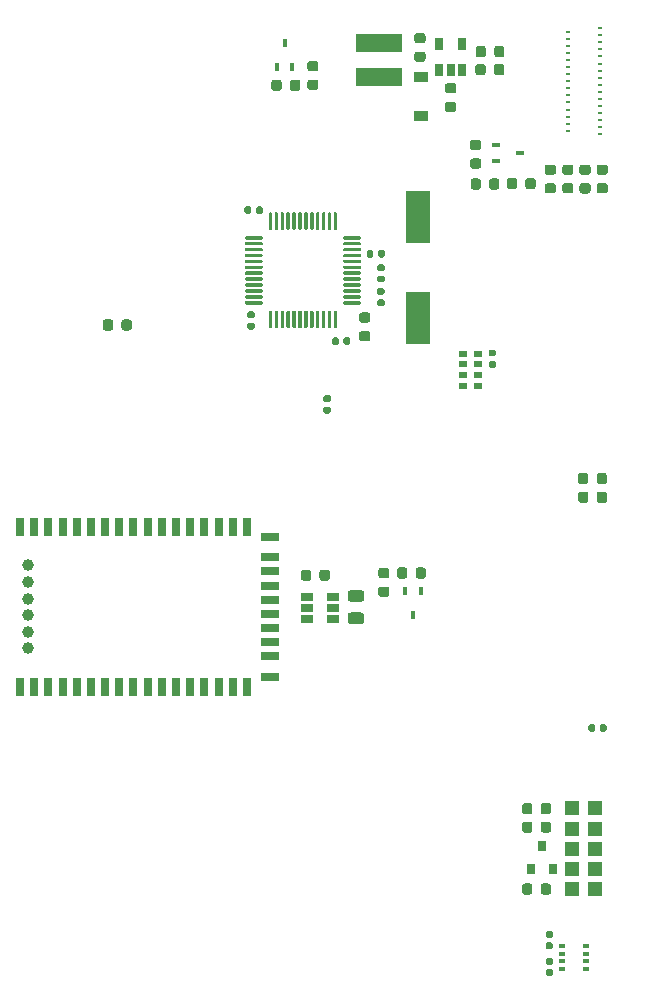
<source format=gbr>
G04 #@! TF.GenerationSoftware,KiCad,Pcbnew,5.1.6*
G04 #@! TF.CreationDate,2020-09-07T17:15:36+08:00*
G04 #@! TF.ProjectId,bt_audio_rec,62745f61-7564-4696-9f5f-7265632e6b69,rev?*
G04 #@! TF.SameCoordinates,Original*
G04 #@! TF.FileFunction,Paste,Top*
G04 #@! TF.FilePolarity,Positive*
%FSLAX46Y46*%
G04 Gerber Fmt 4.6, Leading zero omitted, Abs format (unit mm)*
G04 Created by KiCad (PCBNEW 5.1.6) date 2020-09-07 17:15:36*
%MOMM*%
%LPD*%
G01*
G04 APERTURE LIST*
%ADD10R,0.800000X1.600000*%
%ADD11R,1.600000X0.800000*%
%ADD12C,1.000000*%
%ADD13R,0.440000X0.230000*%
%ADD14R,0.340000X0.230000*%
%ADD15R,1.200000X1.200000*%
%ADD16R,3.900000X1.600000*%
%ADD17R,1.200000X0.900000*%
%ADD18R,0.450000X0.700000*%
%ADD19R,0.700000X0.450000*%
%ADD20R,0.800000X0.900000*%
%ADD21R,0.650000X1.060000*%
%ADD22R,1.060000X0.650000*%
%ADD23R,0.800000X0.500000*%
%ADD24R,0.500000X0.350000*%
%ADD25R,2.000000X4.500000*%
G04 APERTURE END LIST*
D10*
X207990000Y-133060000D03*
X209190000Y-133060000D03*
X210390000Y-133060000D03*
X211590000Y-133060000D03*
X212790000Y-133060000D03*
X213990000Y-133060000D03*
X215190000Y-133060000D03*
X216390000Y-133060000D03*
X217590000Y-133060000D03*
X218790000Y-133060000D03*
X219990000Y-133060000D03*
X221190000Y-133060000D03*
X222390000Y-133060000D03*
X223590000Y-133060000D03*
X224790000Y-133060000D03*
X225990000Y-133060000D03*
X227190000Y-133060000D03*
D11*
X229190000Y-132210000D03*
X229190000Y-130510000D03*
X229190000Y-129310000D03*
X229190000Y-128110000D03*
X229190000Y-126910000D03*
X229190000Y-125710000D03*
X229190000Y-124510000D03*
X229190000Y-123310000D03*
X229190000Y-122110000D03*
X229190000Y-120410000D03*
D10*
X227190000Y-119560000D03*
X225990000Y-119560000D03*
X224790000Y-119560000D03*
X223590000Y-119560000D03*
X222390000Y-119560000D03*
X221190000Y-119560000D03*
X219990000Y-119560000D03*
X218790000Y-119560000D03*
X217590000Y-119560000D03*
X216390000Y-119560000D03*
X215190000Y-119560000D03*
X213990000Y-119560000D03*
X212790000Y-119560000D03*
X211590000Y-119560000D03*
X210390000Y-119560000D03*
X209190000Y-119560000D03*
X207990000Y-119560000D03*
D12*
X208690000Y-122810000D03*
X208690000Y-124210000D03*
X208690000Y-125610000D03*
X208690000Y-127010000D03*
X208690000Y-128410000D03*
X208690000Y-129810000D03*
D13*
X257105000Y-77310000D03*
D14*
X254345000Y-77610000D03*
D13*
X257105000Y-77910000D03*
D14*
X254345000Y-78210000D03*
D13*
X257105000Y-78510000D03*
D14*
X254345000Y-78810000D03*
D13*
X257105000Y-79110000D03*
D14*
X254345000Y-79410000D03*
D13*
X257105000Y-79710000D03*
D14*
X254345000Y-80010000D03*
D13*
X257105000Y-80310000D03*
D14*
X254345000Y-80610000D03*
D13*
X257105000Y-80910000D03*
D14*
X254345000Y-81210000D03*
D13*
X257105000Y-81510000D03*
D14*
X254345000Y-81810000D03*
D13*
X257105000Y-82110000D03*
D14*
X254345000Y-82410000D03*
D13*
X257105000Y-82710000D03*
D14*
X254345000Y-83010000D03*
D13*
X257105000Y-83310000D03*
D14*
X254345000Y-83610000D03*
D13*
X257105000Y-83910000D03*
D14*
X254345000Y-84210000D03*
D13*
X257105000Y-84510000D03*
D14*
X254345000Y-84810000D03*
D13*
X257105000Y-85110000D03*
D14*
X254345000Y-85410000D03*
D13*
X257105000Y-85710000D03*
D14*
X254345000Y-86010000D03*
D13*
X257105000Y-86310000D03*
D15*
X256700000Y-143380000D03*
X256700000Y-145080000D03*
X256700000Y-146780000D03*
X256700000Y-148480000D03*
X256700000Y-150180000D03*
X254700000Y-150180000D03*
X254700000Y-148480000D03*
X254700000Y-146780000D03*
X254700000Y-145080000D03*
X254700000Y-143380000D03*
D16*
X238350000Y-78550000D03*
X238350000Y-81450000D03*
G36*
G01*
X238712500Y-99910000D02*
X238367500Y-99910000D01*
G75*
G02*
X238220000Y-99762500I0J147500D01*
G01*
X238220000Y-99467500D01*
G75*
G02*
X238367500Y-99320000I147500J0D01*
G01*
X238712500Y-99320000D01*
G75*
G02*
X238860000Y-99467500I0J-147500D01*
G01*
X238860000Y-99762500D01*
G75*
G02*
X238712500Y-99910000I-147500J0D01*
G01*
G37*
G36*
G01*
X238712500Y-100880000D02*
X238367500Y-100880000D01*
G75*
G02*
X238220000Y-100732500I0J147500D01*
G01*
X238220000Y-100437500D01*
G75*
G02*
X238367500Y-100290000I147500J0D01*
G01*
X238712500Y-100290000D01*
G75*
G02*
X238860000Y-100437500I0J-147500D01*
G01*
X238860000Y-100732500D01*
G75*
G02*
X238712500Y-100880000I-147500J0D01*
G01*
G37*
G36*
G01*
X254113750Y-90440000D02*
X254626250Y-90440000D01*
G75*
G02*
X254845000Y-90658750I0J-218750D01*
G01*
X254845000Y-91096250D01*
G75*
G02*
X254626250Y-91315000I-218750J0D01*
G01*
X254113750Y-91315000D01*
G75*
G02*
X253895000Y-91096250I0J218750D01*
G01*
X253895000Y-90658750D01*
G75*
G02*
X254113750Y-90440000I218750J0D01*
G01*
G37*
G36*
G01*
X254113750Y-88865000D02*
X254626250Y-88865000D01*
G75*
G02*
X254845000Y-89083750I0J-218750D01*
G01*
X254845000Y-89521250D01*
G75*
G02*
X254626250Y-89740000I-218750J0D01*
G01*
X254113750Y-89740000D01*
G75*
G02*
X253895000Y-89521250I0J218750D01*
G01*
X253895000Y-89083750D01*
G75*
G02*
X254113750Y-88865000I218750J0D01*
G01*
G37*
G36*
G01*
X252633750Y-88865000D02*
X253146250Y-88865000D01*
G75*
G02*
X253365000Y-89083750I0J-218750D01*
G01*
X253365000Y-89521250D01*
G75*
G02*
X253146250Y-89740000I-218750J0D01*
G01*
X252633750Y-89740000D01*
G75*
G02*
X252415000Y-89521250I0J218750D01*
G01*
X252415000Y-89083750D01*
G75*
G02*
X252633750Y-88865000I218750J0D01*
G01*
G37*
G36*
G01*
X252633750Y-90440000D02*
X253146250Y-90440000D01*
G75*
G02*
X253365000Y-90658750I0J-218750D01*
G01*
X253365000Y-91096250D01*
G75*
G02*
X253146250Y-91315000I-218750J0D01*
G01*
X252633750Y-91315000D01*
G75*
G02*
X252415000Y-91096250I0J218750D01*
G01*
X252415000Y-90658750D01*
G75*
G02*
X252633750Y-90440000I218750J0D01*
G01*
G37*
G36*
G01*
X255563750Y-88867500D02*
X256076250Y-88867500D01*
G75*
G02*
X256295000Y-89086250I0J-218750D01*
G01*
X256295000Y-89523750D01*
G75*
G02*
X256076250Y-89742500I-218750J0D01*
G01*
X255563750Y-89742500D01*
G75*
G02*
X255345000Y-89523750I0J218750D01*
G01*
X255345000Y-89086250D01*
G75*
G02*
X255563750Y-88867500I218750J0D01*
G01*
G37*
G36*
G01*
X255563750Y-90442500D02*
X256076250Y-90442500D01*
G75*
G02*
X256295000Y-90661250I0J-218750D01*
G01*
X256295000Y-91098750D01*
G75*
G02*
X256076250Y-91317500I-218750J0D01*
G01*
X255563750Y-91317500D01*
G75*
G02*
X255345000Y-91098750I0J218750D01*
G01*
X255345000Y-90661250D01*
G75*
G02*
X255563750Y-90442500I218750J0D01*
G01*
G37*
G36*
G01*
X238377500Y-97290000D02*
X238722500Y-97290000D01*
G75*
G02*
X238870000Y-97437500I0J-147500D01*
G01*
X238870000Y-97732500D01*
G75*
G02*
X238722500Y-97880000I-147500J0D01*
G01*
X238377500Y-97880000D01*
G75*
G02*
X238230000Y-97732500I0J147500D01*
G01*
X238230000Y-97437500D01*
G75*
G02*
X238377500Y-97290000I147500J0D01*
G01*
G37*
G36*
G01*
X238377500Y-98260000D02*
X238722500Y-98260000D01*
G75*
G02*
X238870000Y-98407500I0J-147500D01*
G01*
X238870000Y-98702500D01*
G75*
G02*
X238722500Y-98850000I-147500J0D01*
G01*
X238377500Y-98850000D01*
G75*
G02*
X238230000Y-98702500I0J147500D01*
G01*
X238230000Y-98407500D01*
G75*
G02*
X238377500Y-98260000I147500J0D01*
G01*
G37*
G36*
G01*
X233817500Y-108390000D02*
X234162500Y-108390000D01*
G75*
G02*
X234310000Y-108537500I0J-147500D01*
G01*
X234310000Y-108832500D01*
G75*
G02*
X234162500Y-108980000I-147500J0D01*
G01*
X233817500Y-108980000D01*
G75*
G02*
X233670000Y-108832500I0J147500D01*
G01*
X233670000Y-108537500D01*
G75*
G02*
X233817500Y-108390000I147500J0D01*
G01*
G37*
G36*
G01*
X233817500Y-109360000D02*
X234162500Y-109360000D01*
G75*
G02*
X234310000Y-109507500I0J-147500D01*
G01*
X234310000Y-109802500D01*
G75*
G02*
X234162500Y-109950000I-147500J0D01*
G01*
X233817500Y-109950000D01*
G75*
G02*
X233670000Y-109802500I0J147500D01*
G01*
X233670000Y-109507500D01*
G75*
G02*
X233817500Y-109360000I147500J0D01*
G01*
G37*
G36*
G01*
X257060000Y-136752500D02*
X257060000Y-136407500D01*
G75*
G02*
X257207500Y-136260000I147500J0D01*
G01*
X257502500Y-136260000D01*
G75*
G02*
X257650000Y-136407500I0J-147500D01*
G01*
X257650000Y-136752500D01*
G75*
G02*
X257502500Y-136900000I-147500J0D01*
G01*
X257207500Y-136900000D01*
G75*
G02*
X257060000Y-136752500I0J147500D01*
G01*
G37*
G36*
G01*
X256090000Y-136752500D02*
X256090000Y-136407500D01*
G75*
G02*
X256237500Y-136260000I147500J0D01*
G01*
X256532500Y-136260000D01*
G75*
G02*
X256680000Y-136407500I0J-147500D01*
G01*
X256680000Y-136752500D01*
G75*
G02*
X256532500Y-136900000I-147500J0D01*
G01*
X256237500Y-136900000D01*
G75*
G02*
X256090000Y-136752500I0J147500D01*
G01*
G37*
G36*
G01*
X238290000Y-96592500D02*
X238290000Y-96247500D01*
G75*
G02*
X238437500Y-96100000I147500J0D01*
G01*
X238732500Y-96100000D01*
G75*
G02*
X238880000Y-96247500I0J-147500D01*
G01*
X238880000Y-96592500D01*
G75*
G02*
X238732500Y-96740000I-147500J0D01*
G01*
X238437500Y-96740000D01*
G75*
G02*
X238290000Y-96592500I0J147500D01*
G01*
G37*
G36*
G01*
X237320000Y-96592500D02*
X237320000Y-96247500D01*
G75*
G02*
X237467500Y-96100000I147500J0D01*
G01*
X237762500Y-96100000D01*
G75*
G02*
X237910000Y-96247500I0J-147500D01*
G01*
X237910000Y-96592500D01*
G75*
G02*
X237762500Y-96740000I-147500J0D01*
G01*
X237467500Y-96740000D01*
G75*
G02*
X237320000Y-96592500I0J147500D01*
G01*
G37*
G36*
G01*
X228540000Y-92557500D02*
X228540000Y-92902500D01*
G75*
G02*
X228392500Y-93050000I-147500J0D01*
G01*
X228097500Y-93050000D01*
G75*
G02*
X227950000Y-92902500I0J147500D01*
G01*
X227950000Y-92557500D01*
G75*
G02*
X228097500Y-92410000I147500J0D01*
G01*
X228392500Y-92410000D01*
G75*
G02*
X228540000Y-92557500I0J-147500D01*
G01*
G37*
G36*
G01*
X227570000Y-92557500D02*
X227570000Y-92902500D01*
G75*
G02*
X227422500Y-93050000I-147500J0D01*
G01*
X227127500Y-93050000D01*
G75*
G02*
X226980000Y-92902500I0J147500D01*
G01*
X226980000Y-92557500D01*
G75*
G02*
X227127500Y-92410000I147500J0D01*
G01*
X227422500Y-92410000D01*
G75*
G02*
X227570000Y-92557500I0J-147500D01*
G01*
G37*
G36*
G01*
X234390000Y-103992500D02*
X234390000Y-103647500D01*
G75*
G02*
X234537500Y-103500000I147500J0D01*
G01*
X234832500Y-103500000D01*
G75*
G02*
X234980000Y-103647500I0J-147500D01*
G01*
X234980000Y-103992500D01*
G75*
G02*
X234832500Y-104140000I-147500J0D01*
G01*
X234537500Y-104140000D01*
G75*
G02*
X234390000Y-103992500I0J147500D01*
G01*
G37*
G36*
G01*
X235360000Y-103992500D02*
X235360000Y-103647500D01*
G75*
G02*
X235507500Y-103500000I147500J0D01*
G01*
X235802500Y-103500000D01*
G75*
G02*
X235950000Y-103647500I0J-147500D01*
G01*
X235950000Y-103992500D01*
G75*
G02*
X235802500Y-104140000I-147500J0D01*
G01*
X235507500Y-104140000D01*
G75*
G02*
X235360000Y-103992500I0J147500D01*
G01*
G37*
G36*
G01*
X227367500Y-102270000D02*
X227712500Y-102270000D01*
G75*
G02*
X227860000Y-102417500I0J-147500D01*
G01*
X227860000Y-102712500D01*
G75*
G02*
X227712500Y-102860000I-147500J0D01*
G01*
X227367500Y-102860000D01*
G75*
G02*
X227220000Y-102712500I0J147500D01*
G01*
X227220000Y-102417500D01*
G75*
G02*
X227367500Y-102270000I147500J0D01*
G01*
G37*
G36*
G01*
X227367500Y-101300000D02*
X227712500Y-101300000D01*
G75*
G02*
X227860000Y-101447500I0J-147500D01*
G01*
X227860000Y-101742500D01*
G75*
G02*
X227712500Y-101890000I-147500J0D01*
G01*
X227367500Y-101890000D01*
G75*
G02*
X227220000Y-101742500I0J147500D01*
G01*
X227220000Y-101447500D01*
G75*
G02*
X227367500Y-101300000I147500J0D01*
G01*
G37*
G36*
G01*
X252072500Y-143656250D02*
X252072500Y-143143750D01*
G75*
G02*
X252291250Y-142925000I218750J0D01*
G01*
X252728750Y-142925000D01*
G75*
G02*
X252947500Y-143143750I0J-218750D01*
G01*
X252947500Y-143656250D01*
G75*
G02*
X252728750Y-143875000I-218750J0D01*
G01*
X252291250Y-143875000D01*
G75*
G02*
X252072500Y-143656250I0J218750D01*
G01*
G37*
G36*
G01*
X250497500Y-143656250D02*
X250497500Y-143143750D01*
G75*
G02*
X250716250Y-142925000I218750J0D01*
G01*
X251153750Y-142925000D01*
G75*
G02*
X251372500Y-143143750I0J-218750D01*
G01*
X251372500Y-143656250D01*
G75*
G02*
X251153750Y-143875000I-218750J0D01*
G01*
X250716250Y-143875000D01*
G75*
G02*
X250497500Y-143656250I0J218750D01*
G01*
G37*
G36*
G01*
X242096250Y-80185000D02*
X241583750Y-80185000D01*
G75*
G02*
X241365000Y-79966250I0J218750D01*
G01*
X241365000Y-79528750D01*
G75*
G02*
X241583750Y-79310000I218750J0D01*
G01*
X242096250Y-79310000D01*
G75*
G02*
X242315000Y-79528750I0J-218750D01*
G01*
X242315000Y-79966250D01*
G75*
G02*
X242096250Y-80185000I-218750J0D01*
G01*
G37*
G36*
G01*
X242096250Y-78610000D02*
X241583750Y-78610000D01*
G75*
G02*
X241365000Y-78391250I0J218750D01*
G01*
X241365000Y-77953750D01*
G75*
G02*
X241583750Y-77735000I218750J0D01*
G01*
X242096250Y-77735000D01*
G75*
G02*
X242315000Y-77953750I0J-218750D01*
G01*
X242315000Y-78391250D01*
G75*
G02*
X242096250Y-78610000I-218750J0D01*
G01*
G37*
G36*
G01*
X244696250Y-82840000D02*
X244183750Y-82840000D01*
G75*
G02*
X243965000Y-82621250I0J218750D01*
G01*
X243965000Y-82183750D01*
G75*
G02*
X244183750Y-81965000I218750J0D01*
G01*
X244696250Y-81965000D01*
G75*
G02*
X244915000Y-82183750I0J-218750D01*
G01*
X244915000Y-82621250D01*
G75*
G02*
X244696250Y-82840000I-218750J0D01*
G01*
G37*
G36*
G01*
X244696250Y-84415000D02*
X244183750Y-84415000D01*
G75*
G02*
X243965000Y-84196250I0J218750D01*
G01*
X243965000Y-83758750D01*
G75*
G02*
X244183750Y-83540000I218750J0D01*
G01*
X244696250Y-83540000D01*
G75*
G02*
X244915000Y-83758750I0J-218750D01*
G01*
X244915000Y-84196250D01*
G75*
G02*
X244696250Y-84415000I-218750J0D01*
G01*
G37*
D17*
X241930000Y-84790000D03*
X241930000Y-81490000D03*
D18*
X241900000Y-125010000D03*
X240600000Y-125010000D03*
X241250000Y-127010000D03*
X229740000Y-80570000D03*
X231040000Y-80570000D03*
X230390000Y-78570000D03*
D19*
X250300000Y-87880000D03*
X248300000Y-88530000D03*
X248300000Y-87230000D03*
D20*
X251220000Y-148530000D03*
X253120000Y-148530000D03*
X252170000Y-146530000D03*
G36*
G01*
X237416250Y-103837500D02*
X236903750Y-103837500D01*
G75*
G02*
X236685000Y-103618750I0J218750D01*
G01*
X236685000Y-103181250D01*
G75*
G02*
X236903750Y-102962500I218750J0D01*
G01*
X237416250Y-102962500D01*
G75*
G02*
X237635000Y-103181250I0J-218750D01*
G01*
X237635000Y-103618750D01*
G75*
G02*
X237416250Y-103837500I-218750J0D01*
G01*
G37*
G36*
G01*
X237416250Y-102262500D02*
X236903750Y-102262500D01*
G75*
G02*
X236685000Y-102043750I0J218750D01*
G01*
X236685000Y-101606250D01*
G75*
G02*
X236903750Y-101387500I218750J0D01*
G01*
X237416250Y-101387500D01*
G75*
G02*
X237635000Y-101606250I0J-218750D01*
G01*
X237635000Y-102043750D01*
G75*
G02*
X237416250Y-102262500I-218750J0D01*
G01*
G37*
G36*
G01*
X257023750Y-88865000D02*
X257536250Y-88865000D01*
G75*
G02*
X257755000Y-89083750I0J-218750D01*
G01*
X257755000Y-89521250D01*
G75*
G02*
X257536250Y-89740000I-218750J0D01*
G01*
X257023750Y-89740000D01*
G75*
G02*
X256805000Y-89521250I0J218750D01*
G01*
X256805000Y-89083750D01*
G75*
G02*
X257023750Y-88865000I218750J0D01*
G01*
G37*
G36*
G01*
X257023750Y-90440000D02*
X257536250Y-90440000D01*
G75*
G02*
X257755000Y-90658750I0J-218750D01*
G01*
X257755000Y-91096250D01*
G75*
G02*
X257536250Y-91315000I-218750J0D01*
G01*
X257023750Y-91315000D01*
G75*
G02*
X256805000Y-91096250I0J218750D01*
G01*
X256805000Y-90658750D01*
G75*
G02*
X257023750Y-90440000I218750J0D01*
G01*
G37*
G36*
G01*
X239046250Y-125465000D02*
X238533750Y-125465000D01*
G75*
G02*
X238315000Y-125246250I0J218750D01*
G01*
X238315000Y-124808750D01*
G75*
G02*
X238533750Y-124590000I218750J0D01*
G01*
X239046250Y-124590000D01*
G75*
G02*
X239265000Y-124808750I0J-218750D01*
G01*
X239265000Y-125246250D01*
G75*
G02*
X239046250Y-125465000I-218750J0D01*
G01*
G37*
G36*
G01*
X239046250Y-123890000D02*
X238533750Y-123890000D01*
G75*
G02*
X238315000Y-123671250I0J218750D01*
G01*
X238315000Y-123233750D01*
G75*
G02*
X238533750Y-123015000I218750J0D01*
G01*
X239046250Y-123015000D01*
G75*
G02*
X239265000Y-123233750I0J-218750D01*
G01*
X239265000Y-123671250D01*
G75*
G02*
X239046250Y-123890000I-218750J0D01*
G01*
G37*
G36*
G01*
X232523750Y-80095000D02*
X233036250Y-80095000D01*
G75*
G02*
X233255000Y-80313750I0J-218750D01*
G01*
X233255000Y-80751250D01*
G75*
G02*
X233036250Y-80970000I-218750J0D01*
G01*
X232523750Y-80970000D01*
G75*
G02*
X232305000Y-80751250I0J218750D01*
G01*
X232305000Y-80313750D01*
G75*
G02*
X232523750Y-80095000I218750J0D01*
G01*
G37*
G36*
G01*
X232523750Y-81670000D02*
X233036250Y-81670000D01*
G75*
G02*
X233255000Y-81888750I0J-218750D01*
G01*
X233255000Y-82326250D01*
G75*
G02*
X233036250Y-82545000I-218750J0D01*
G01*
X232523750Y-82545000D01*
G75*
G02*
X232305000Y-82326250I0J218750D01*
G01*
X232305000Y-81888750D01*
G75*
G02*
X232523750Y-81670000I218750J0D01*
G01*
G37*
G36*
G01*
X247002500Y-90263750D02*
X247002500Y-90776250D01*
G75*
G02*
X246783750Y-90995000I-218750J0D01*
G01*
X246346250Y-90995000D01*
G75*
G02*
X246127500Y-90776250I0J218750D01*
G01*
X246127500Y-90263750D01*
G75*
G02*
X246346250Y-90045000I218750J0D01*
G01*
X246783750Y-90045000D01*
G75*
G02*
X247002500Y-90263750I0J-218750D01*
G01*
G37*
G36*
G01*
X248577500Y-90263750D02*
X248577500Y-90776250D01*
G75*
G02*
X248358750Y-90995000I-218750J0D01*
G01*
X247921250Y-90995000D01*
G75*
G02*
X247702500Y-90776250I0J218750D01*
G01*
X247702500Y-90263750D01*
G75*
G02*
X247921250Y-90045000I218750J0D01*
G01*
X248358750Y-90045000D01*
G75*
G02*
X248577500Y-90263750I0J-218750D01*
G01*
G37*
G36*
G01*
X240770000Y-123193750D02*
X240770000Y-123706250D01*
G75*
G02*
X240551250Y-123925000I-218750J0D01*
G01*
X240113750Y-123925000D01*
G75*
G02*
X239895000Y-123706250I0J218750D01*
G01*
X239895000Y-123193750D01*
G75*
G02*
X240113750Y-122975000I218750J0D01*
G01*
X240551250Y-122975000D01*
G75*
G02*
X240770000Y-123193750I0J-218750D01*
G01*
G37*
G36*
G01*
X242345000Y-123193750D02*
X242345000Y-123706250D01*
G75*
G02*
X242126250Y-123925000I-218750J0D01*
G01*
X241688750Y-123925000D01*
G75*
G02*
X241470000Y-123706250I0J218750D01*
G01*
X241470000Y-123193750D01*
G75*
G02*
X241688750Y-122975000I218750J0D01*
G01*
X242126250Y-122975000D01*
G75*
G02*
X242345000Y-123193750I0J-218750D01*
G01*
G37*
G36*
G01*
X229265000Y-82416250D02*
X229265000Y-81903750D01*
G75*
G02*
X229483750Y-81685000I218750J0D01*
G01*
X229921250Y-81685000D01*
G75*
G02*
X230140000Y-81903750I0J-218750D01*
G01*
X230140000Y-82416250D01*
G75*
G02*
X229921250Y-82635000I-218750J0D01*
G01*
X229483750Y-82635000D01*
G75*
G02*
X229265000Y-82416250I0J218750D01*
G01*
G37*
G36*
G01*
X230840000Y-82416250D02*
X230840000Y-81903750D01*
G75*
G02*
X231058750Y-81685000I218750J0D01*
G01*
X231496250Y-81685000D01*
G75*
G02*
X231715000Y-81903750I0J-218750D01*
G01*
X231715000Y-82416250D01*
G75*
G02*
X231496250Y-82635000I-218750J0D01*
G01*
X231058750Y-82635000D01*
G75*
G02*
X230840000Y-82416250I0J218750D01*
G01*
G37*
G36*
G01*
X246303750Y-88350000D02*
X246816250Y-88350000D01*
G75*
G02*
X247035000Y-88568750I0J-218750D01*
G01*
X247035000Y-89006250D01*
G75*
G02*
X246816250Y-89225000I-218750J0D01*
G01*
X246303750Y-89225000D01*
G75*
G02*
X246085000Y-89006250I0J218750D01*
G01*
X246085000Y-88568750D01*
G75*
G02*
X246303750Y-88350000I218750J0D01*
G01*
G37*
G36*
G01*
X246303750Y-86775000D02*
X246816250Y-86775000D01*
G75*
G02*
X247035000Y-86993750I0J-218750D01*
G01*
X247035000Y-87431250D01*
G75*
G02*
X246816250Y-87650000I-218750J0D01*
G01*
X246303750Y-87650000D01*
G75*
G02*
X246085000Y-87431250I0J218750D01*
G01*
X246085000Y-86993750D01*
G75*
G02*
X246303750Y-86775000I218750J0D01*
G01*
G37*
G36*
G01*
X216570000Y-102706250D02*
X216570000Y-102193750D01*
G75*
G02*
X216788750Y-101975000I218750J0D01*
G01*
X217226250Y-101975000D01*
G75*
G02*
X217445000Y-102193750I0J-218750D01*
G01*
X217445000Y-102706250D01*
G75*
G02*
X217226250Y-102925000I-218750J0D01*
G01*
X216788750Y-102925000D01*
G75*
G02*
X216570000Y-102706250I0J218750D01*
G01*
G37*
G36*
G01*
X214995000Y-102706250D02*
X214995000Y-102193750D01*
G75*
G02*
X215213750Y-101975000I218750J0D01*
G01*
X215651250Y-101975000D01*
G75*
G02*
X215870000Y-102193750I0J-218750D01*
G01*
X215870000Y-102706250D01*
G75*
G02*
X215651250Y-102925000I-218750J0D01*
G01*
X215213750Y-102925000D01*
G75*
G02*
X214995000Y-102706250I0J218750D01*
G01*
G37*
G36*
G01*
X257685000Y-116783750D02*
X257685000Y-117296250D01*
G75*
G02*
X257466250Y-117515000I-218750J0D01*
G01*
X257028750Y-117515000D01*
G75*
G02*
X256810000Y-117296250I0J218750D01*
G01*
X256810000Y-116783750D01*
G75*
G02*
X257028750Y-116565000I218750J0D01*
G01*
X257466250Y-116565000D01*
G75*
G02*
X257685000Y-116783750I0J-218750D01*
G01*
G37*
G36*
G01*
X256110000Y-116783750D02*
X256110000Y-117296250D01*
G75*
G02*
X255891250Y-117515000I-218750J0D01*
G01*
X255453750Y-117515000D01*
G75*
G02*
X255235000Y-117296250I0J218750D01*
G01*
X255235000Y-116783750D01*
G75*
G02*
X255453750Y-116565000I218750J0D01*
G01*
X255891250Y-116565000D01*
G75*
G02*
X256110000Y-116783750I0J-218750D01*
G01*
G37*
G36*
G01*
X256800000Y-115706250D02*
X256800000Y-115193750D01*
G75*
G02*
X257018750Y-114975000I218750J0D01*
G01*
X257456250Y-114975000D01*
G75*
G02*
X257675000Y-115193750I0J-218750D01*
G01*
X257675000Y-115706250D01*
G75*
G02*
X257456250Y-115925000I-218750J0D01*
G01*
X257018750Y-115925000D01*
G75*
G02*
X256800000Y-115706250I0J218750D01*
G01*
G37*
G36*
G01*
X255225000Y-115706250D02*
X255225000Y-115193750D01*
G75*
G02*
X255443750Y-114975000I218750J0D01*
G01*
X255881250Y-114975000D01*
G75*
G02*
X256100000Y-115193750I0J-218750D01*
G01*
X256100000Y-115706250D01*
G75*
G02*
X255881250Y-115925000I-218750J0D01*
G01*
X255443750Y-115925000D01*
G75*
G02*
X255225000Y-115706250I0J218750D01*
G01*
G37*
G36*
G01*
X252072500Y-145226250D02*
X252072500Y-144713750D01*
G75*
G02*
X252291250Y-144495000I218750J0D01*
G01*
X252728750Y-144495000D01*
G75*
G02*
X252947500Y-144713750I0J-218750D01*
G01*
X252947500Y-145226250D01*
G75*
G02*
X252728750Y-145445000I-218750J0D01*
G01*
X252291250Y-145445000D01*
G75*
G02*
X252072500Y-145226250I0J218750D01*
G01*
G37*
G36*
G01*
X250497500Y-145226250D02*
X250497500Y-144713750D01*
G75*
G02*
X250716250Y-144495000I218750J0D01*
G01*
X251153750Y-144495000D01*
G75*
G02*
X251372500Y-144713750I0J-218750D01*
G01*
X251372500Y-145226250D01*
G75*
G02*
X251153750Y-145445000I-218750J0D01*
G01*
X250716250Y-145445000D01*
G75*
G02*
X250497500Y-145226250I0J218750D01*
G01*
G37*
G36*
G01*
X252947500Y-149953750D02*
X252947500Y-150466250D01*
G75*
G02*
X252728750Y-150685000I-218750J0D01*
G01*
X252291250Y-150685000D01*
G75*
G02*
X252072500Y-150466250I0J218750D01*
G01*
X252072500Y-149953750D01*
G75*
G02*
X252291250Y-149735000I218750J0D01*
G01*
X252728750Y-149735000D01*
G75*
G02*
X252947500Y-149953750I0J-218750D01*
G01*
G37*
G36*
G01*
X251372500Y-149953750D02*
X251372500Y-150466250D01*
G75*
G02*
X251153750Y-150685000I-218750J0D01*
G01*
X250716250Y-150685000D01*
G75*
G02*
X250497500Y-150466250I0J218750D01*
G01*
X250497500Y-149953750D01*
G75*
G02*
X250716250Y-149735000I218750J0D01*
G01*
X251153750Y-149735000D01*
G75*
G02*
X251372500Y-149953750I0J-218750D01*
G01*
G37*
G36*
G01*
X247427500Y-79043750D02*
X247427500Y-79556250D01*
G75*
G02*
X247208750Y-79775000I-218750J0D01*
G01*
X246771250Y-79775000D01*
G75*
G02*
X246552500Y-79556250I0J218750D01*
G01*
X246552500Y-79043750D01*
G75*
G02*
X246771250Y-78825000I218750J0D01*
G01*
X247208750Y-78825000D01*
G75*
G02*
X247427500Y-79043750I0J-218750D01*
G01*
G37*
G36*
G01*
X249002500Y-79043750D02*
X249002500Y-79556250D01*
G75*
G02*
X248783750Y-79775000I-218750J0D01*
G01*
X248346250Y-79775000D01*
G75*
G02*
X248127500Y-79556250I0J218750D01*
G01*
X248127500Y-79043750D01*
G75*
G02*
X248346250Y-78825000I218750J0D01*
G01*
X248783750Y-78825000D01*
G75*
G02*
X249002500Y-79043750I0J-218750D01*
G01*
G37*
G36*
G01*
X248110000Y-81086250D02*
X248110000Y-80573750D01*
G75*
G02*
X248328750Y-80355000I218750J0D01*
G01*
X248766250Y-80355000D01*
G75*
G02*
X248985000Y-80573750I0J-218750D01*
G01*
X248985000Y-81086250D01*
G75*
G02*
X248766250Y-81305000I-218750J0D01*
G01*
X248328750Y-81305000D01*
G75*
G02*
X248110000Y-81086250I0J218750D01*
G01*
G37*
G36*
G01*
X246535000Y-81086250D02*
X246535000Y-80573750D01*
G75*
G02*
X246753750Y-80355000I218750J0D01*
G01*
X247191250Y-80355000D01*
G75*
G02*
X247410000Y-80573750I0J-218750D01*
G01*
X247410000Y-81086250D01*
G75*
G02*
X247191250Y-81305000I-218750J0D01*
G01*
X246753750Y-81305000D01*
G75*
G02*
X246535000Y-81086250I0J218750D01*
G01*
G37*
G36*
G01*
X236840000Y-100492500D02*
X236840000Y-100642500D01*
G75*
G02*
X236765000Y-100717500I-75000J0D01*
G01*
X235440000Y-100717500D01*
G75*
G02*
X235365000Y-100642500I0J75000D01*
G01*
X235365000Y-100492500D01*
G75*
G02*
X235440000Y-100417500I75000J0D01*
G01*
X236765000Y-100417500D01*
G75*
G02*
X236840000Y-100492500I0J-75000D01*
G01*
G37*
G36*
G01*
X236840000Y-99992500D02*
X236840000Y-100142500D01*
G75*
G02*
X236765000Y-100217500I-75000J0D01*
G01*
X235440000Y-100217500D01*
G75*
G02*
X235365000Y-100142500I0J75000D01*
G01*
X235365000Y-99992500D01*
G75*
G02*
X235440000Y-99917500I75000J0D01*
G01*
X236765000Y-99917500D01*
G75*
G02*
X236840000Y-99992500I0J-75000D01*
G01*
G37*
G36*
G01*
X236840000Y-99492500D02*
X236840000Y-99642500D01*
G75*
G02*
X236765000Y-99717500I-75000J0D01*
G01*
X235440000Y-99717500D01*
G75*
G02*
X235365000Y-99642500I0J75000D01*
G01*
X235365000Y-99492500D01*
G75*
G02*
X235440000Y-99417500I75000J0D01*
G01*
X236765000Y-99417500D01*
G75*
G02*
X236840000Y-99492500I0J-75000D01*
G01*
G37*
G36*
G01*
X236840000Y-98992500D02*
X236840000Y-99142500D01*
G75*
G02*
X236765000Y-99217500I-75000J0D01*
G01*
X235440000Y-99217500D01*
G75*
G02*
X235365000Y-99142500I0J75000D01*
G01*
X235365000Y-98992500D01*
G75*
G02*
X235440000Y-98917500I75000J0D01*
G01*
X236765000Y-98917500D01*
G75*
G02*
X236840000Y-98992500I0J-75000D01*
G01*
G37*
G36*
G01*
X236840000Y-98492500D02*
X236840000Y-98642500D01*
G75*
G02*
X236765000Y-98717500I-75000J0D01*
G01*
X235440000Y-98717500D01*
G75*
G02*
X235365000Y-98642500I0J75000D01*
G01*
X235365000Y-98492500D01*
G75*
G02*
X235440000Y-98417500I75000J0D01*
G01*
X236765000Y-98417500D01*
G75*
G02*
X236840000Y-98492500I0J-75000D01*
G01*
G37*
G36*
G01*
X236840000Y-97992500D02*
X236840000Y-98142500D01*
G75*
G02*
X236765000Y-98217500I-75000J0D01*
G01*
X235440000Y-98217500D01*
G75*
G02*
X235365000Y-98142500I0J75000D01*
G01*
X235365000Y-97992500D01*
G75*
G02*
X235440000Y-97917500I75000J0D01*
G01*
X236765000Y-97917500D01*
G75*
G02*
X236840000Y-97992500I0J-75000D01*
G01*
G37*
G36*
G01*
X236840000Y-97492500D02*
X236840000Y-97642500D01*
G75*
G02*
X236765000Y-97717500I-75000J0D01*
G01*
X235440000Y-97717500D01*
G75*
G02*
X235365000Y-97642500I0J75000D01*
G01*
X235365000Y-97492500D01*
G75*
G02*
X235440000Y-97417500I75000J0D01*
G01*
X236765000Y-97417500D01*
G75*
G02*
X236840000Y-97492500I0J-75000D01*
G01*
G37*
G36*
G01*
X236840000Y-96992500D02*
X236840000Y-97142500D01*
G75*
G02*
X236765000Y-97217500I-75000J0D01*
G01*
X235440000Y-97217500D01*
G75*
G02*
X235365000Y-97142500I0J75000D01*
G01*
X235365000Y-96992500D01*
G75*
G02*
X235440000Y-96917500I75000J0D01*
G01*
X236765000Y-96917500D01*
G75*
G02*
X236840000Y-96992500I0J-75000D01*
G01*
G37*
G36*
G01*
X236840000Y-96492500D02*
X236840000Y-96642500D01*
G75*
G02*
X236765000Y-96717500I-75000J0D01*
G01*
X235440000Y-96717500D01*
G75*
G02*
X235365000Y-96642500I0J75000D01*
G01*
X235365000Y-96492500D01*
G75*
G02*
X235440000Y-96417500I75000J0D01*
G01*
X236765000Y-96417500D01*
G75*
G02*
X236840000Y-96492500I0J-75000D01*
G01*
G37*
G36*
G01*
X236840000Y-95992500D02*
X236840000Y-96142500D01*
G75*
G02*
X236765000Y-96217500I-75000J0D01*
G01*
X235440000Y-96217500D01*
G75*
G02*
X235365000Y-96142500I0J75000D01*
G01*
X235365000Y-95992500D01*
G75*
G02*
X235440000Y-95917500I75000J0D01*
G01*
X236765000Y-95917500D01*
G75*
G02*
X236840000Y-95992500I0J-75000D01*
G01*
G37*
G36*
G01*
X236840000Y-95492500D02*
X236840000Y-95642500D01*
G75*
G02*
X236765000Y-95717500I-75000J0D01*
G01*
X235440000Y-95717500D01*
G75*
G02*
X235365000Y-95642500I0J75000D01*
G01*
X235365000Y-95492500D01*
G75*
G02*
X235440000Y-95417500I75000J0D01*
G01*
X236765000Y-95417500D01*
G75*
G02*
X236840000Y-95492500I0J-75000D01*
G01*
G37*
G36*
G01*
X236840000Y-94992500D02*
X236840000Y-95142500D01*
G75*
G02*
X236765000Y-95217500I-75000J0D01*
G01*
X235440000Y-95217500D01*
G75*
G02*
X235365000Y-95142500I0J75000D01*
G01*
X235365000Y-94992500D01*
G75*
G02*
X235440000Y-94917500I75000J0D01*
G01*
X236765000Y-94917500D01*
G75*
G02*
X236840000Y-94992500I0J-75000D01*
G01*
G37*
G36*
G01*
X234840000Y-92992500D02*
X234840000Y-94317500D01*
G75*
G02*
X234765000Y-94392500I-75000J0D01*
G01*
X234615000Y-94392500D01*
G75*
G02*
X234540000Y-94317500I0J75000D01*
G01*
X234540000Y-92992500D01*
G75*
G02*
X234615000Y-92917500I75000J0D01*
G01*
X234765000Y-92917500D01*
G75*
G02*
X234840000Y-92992500I0J-75000D01*
G01*
G37*
G36*
G01*
X234340000Y-92992500D02*
X234340000Y-94317500D01*
G75*
G02*
X234265000Y-94392500I-75000J0D01*
G01*
X234115000Y-94392500D01*
G75*
G02*
X234040000Y-94317500I0J75000D01*
G01*
X234040000Y-92992500D01*
G75*
G02*
X234115000Y-92917500I75000J0D01*
G01*
X234265000Y-92917500D01*
G75*
G02*
X234340000Y-92992500I0J-75000D01*
G01*
G37*
G36*
G01*
X233840000Y-92992500D02*
X233840000Y-94317500D01*
G75*
G02*
X233765000Y-94392500I-75000J0D01*
G01*
X233615000Y-94392500D01*
G75*
G02*
X233540000Y-94317500I0J75000D01*
G01*
X233540000Y-92992500D01*
G75*
G02*
X233615000Y-92917500I75000J0D01*
G01*
X233765000Y-92917500D01*
G75*
G02*
X233840000Y-92992500I0J-75000D01*
G01*
G37*
G36*
G01*
X233340000Y-92992500D02*
X233340000Y-94317500D01*
G75*
G02*
X233265000Y-94392500I-75000J0D01*
G01*
X233115000Y-94392500D01*
G75*
G02*
X233040000Y-94317500I0J75000D01*
G01*
X233040000Y-92992500D01*
G75*
G02*
X233115000Y-92917500I75000J0D01*
G01*
X233265000Y-92917500D01*
G75*
G02*
X233340000Y-92992500I0J-75000D01*
G01*
G37*
G36*
G01*
X232840000Y-92992500D02*
X232840000Y-94317500D01*
G75*
G02*
X232765000Y-94392500I-75000J0D01*
G01*
X232615000Y-94392500D01*
G75*
G02*
X232540000Y-94317500I0J75000D01*
G01*
X232540000Y-92992500D01*
G75*
G02*
X232615000Y-92917500I75000J0D01*
G01*
X232765000Y-92917500D01*
G75*
G02*
X232840000Y-92992500I0J-75000D01*
G01*
G37*
G36*
G01*
X232340000Y-92992500D02*
X232340000Y-94317500D01*
G75*
G02*
X232265000Y-94392500I-75000J0D01*
G01*
X232115000Y-94392500D01*
G75*
G02*
X232040000Y-94317500I0J75000D01*
G01*
X232040000Y-92992500D01*
G75*
G02*
X232115000Y-92917500I75000J0D01*
G01*
X232265000Y-92917500D01*
G75*
G02*
X232340000Y-92992500I0J-75000D01*
G01*
G37*
G36*
G01*
X231840000Y-92992500D02*
X231840000Y-94317500D01*
G75*
G02*
X231765000Y-94392500I-75000J0D01*
G01*
X231615000Y-94392500D01*
G75*
G02*
X231540000Y-94317500I0J75000D01*
G01*
X231540000Y-92992500D01*
G75*
G02*
X231615000Y-92917500I75000J0D01*
G01*
X231765000Y-92917500D01*
G75*
G02*
X231840000Y-92992500I0J-75000D01*
G01*
G37*
G36*
G01*
X231340000Y-92992500D02*
X231340000Y-94317500D01*
G75*
G02*
X231265000Y-94392500I-75000J0D01*
G01*
X231115000Y-94392500D01*
G75*
G02*
X231040000Y-94317500I0J75000D01*
G01*
X231040000Y-92992500D01*
G75*
G02*
X231115000Y-92917500I75000J0D01*
G01*
X231265000Y-92917500D01*
G75*
G02*
X231340000Y-92992500I0J-75000D01*
G01*
G37*
G36*
G01*
X230840000Y-92992500D02*
X230840000Y-94317500D01*
G75*
G02*
X230765000Y-94392500I-75000J0D01*
G01*
X230615000Y-94392500D01*
G75*
G02*
X230540000Y-94317500I0J75000D01*
G01*
X230540000Y-92992500D01*
G75*
G02*
X230615000Y-92917500I75000J0D01*
G01*
X230765000Y-92917500D01*
G75*
G02*
X230840000Y-92992500I0J-75000D01*
G01*
G37*
G36*
G01*
X230340000Y-92992500D02*
X230340000Y-94317500D01*
G75*
G02*
X230265000Y-94392500I-75000J0D01*
G01*
X230115000Y-94392500D01*
G75*
G02*
X230040000Y-94317500I0J75000D01*
G01*
X230040000Y-92992500D01*
G75*
G02*
X230115000Y-92917500I75000J0D01*
G01*
X230265000Y-92917500D01*
G75*
G02*
X230340000Y-92992500I0J-75000D01*
G01*
G37*
G36*
G01*
X229840000Y-92992500D02*
X229840000Y-94317500D01*
G75*
G02*
X229765000Y-94392500I-75000J0D01*
G01*
X229615000Y-94392500D01*
G75*
G02*
X229540000Y-94317500I0J75000D01*
G01*
X229540000Y-92992500D01*
G75*
G02*
X229615000Y-92917500I75000J0D01*
G01*
X229765000Y-92917500D01*
G75*
G02*
X229840000Y-92992500I0J-75000D01*
G01*
G37*
G36*
G01*
X229340000Y-92992500D02*
X229340000Y-94317500D01*
G75*
G02*
X229265000Y-94392500I-75000J0D01*
G01*
X229115000Y-94392500D01*
G75*
G02*
X229040000Y-94317500I0J75000D01*
G01*
X229040000Y-92992500D01*
G75*
G02*
X229115000Y-92917500I75000J0D01*
G01*
X229265000Y-92917500D01*
G75*
G02*
X229340000Y-92992500I0J-75000D01*
G01*
G37*
G36*
G01*
X228515000Y-94992500D02*
X228515000Y-95142500D01*
G75*
G02*
X228440000Y-95217500I-75000J0D01*
G01*
X227115000Y-95217500D01*
G75*
G02*
X227040000Y-95142500I0J75000D01*
G01*
X227040000Y-94992500D01*
G75*
G02*
X227115000Y-94917500I75000J0D01*
G01*
X228440000Y-94917500D01*
G75*
G02*
X228515000Y-94992500I0J-75000D01*
G01*
G37*
G36*
G01*
X228515000Y-95492500D02*
X228515000Y-95642500D01*
G75*
G02*
X228440000Y-95717500I-75000J0D01*
G01*
X227115000Y-95717500D01*
G75*
G02*
X227040000Y-95642500I0J75000D01*
G01*
X227040000Y-95492500D01*
G75*
G02*
X227115000Y-95417500I75000J0D01*
G01*
X228440000Y-95417500D01*
G75*
G02*
X228515000Y-95492500I0J-75000D01*
G01*
G37*
G36*
G01*
X228515000Y-95992500D02*
X228515000Y-96142500D01*
G75*
G02*
X228440000Y-96217500I-75000J0D01*
G01*
X227115000Y-96217500D01*
G75*
G02*
X227040000Y-96142500I0J75000D01*
G01*
X227040000Y-95992500D01*
G75*
G02*
X227115000Y-95917500I75000J0D01*
G01*
X228440000Y-95917500D01*
G75*
G02*
X228515000Y-95992500I0J-75000D01*
G01*
G37*
G36*
G01*
X228515000Y-96492500D02*
X228515000Y-96642500D01*
G75*
G02*
X228440000Y-96717500I-75000J0D01*
G01*
X227115000Y-96717500D01*
G75*
G02*
X227040000Y-96642500I0J75000D01*
G01*
X227040000Y-96492500D01*
G75*
G02*
X227115000Y-96417500I75000J0D01*
G01*
X228440000Y-96417500D01*
G75*
G02*
X228515000Y-96492500I0J-75000D01*
G01*
G37*
G36*
G01*
X228515000Y-96992500D02*
X228515000Y-97142500D01*
G75*
G02*
X228440000Y-97217500I-75000J0D01*
G01*
X227115000Y-97217500D01*
G75*
G02*
X227040000Y-97142500I0J75000D01*
G01*
X227040000Y-96992500D01*
G75*
G02*
X227115000Y-96917500I75000J0D01*
G01*
X228440000Y-96917500D01*
G75*
G02*
X228515000Y-96992500I0J-75000D01*
G01*
G37*
G36*
G01*
X228515000Y-97492500D02*
X228515000Y-97642500D01*
G75*
G02*
X228440000Y-97717500I-75000J0D01*
G01*
X227115000Y-97717500D01*
G75*
G02*
X227040000Y-97642500I0J75000D01*
G01*
X227040000Y-97492500D01*
G75*
G02*
X227115000Y-97417500I75000J0D01*
G01*
X228440000Y-97417500D01*
G75*
G02*
X228515000Y-97492500I0J-75000D01*
G01*
G37*
G36*
G01*
X228515000Y-97992500D02*
X228515000Y-98142500D01*
G75*
G02*
X228440000Y-98217500I-75000J0D01*
G01*
X227115000Y-98217500D01*
G75*
G02*
X227040000Y-98142500I0J75000D01*
G01*
X227040000Y-97992500D01*
G75*
G02*
X227115000Y-97917500I75000J0D01*
G01*
X228440000Y-97917500D01*
G75*
G02*
X228515000Y-97992500I0J-75000D01*
G01*
G37*
G36*
G01*
X228515000Y-98492500D02*
X228515000Y-98642500D01*
G75*
G02*
X228440000Y-98717500I-75000J0D01*
G01*
X227115000Y-98717500D01*
G75*
G02*
X227040000Y-98642500I0J75000D01*
G01*
X227040000Y-98492500D01*
G75*
G02*
X227115000Y-98417500I75000J0D01*
G01*
X228440000Y-98417500D01*
G75*
G02*
X228515000Y-98492500I0J-75000D01*
G01*
G37*
G36*
G01*
X228515000Y-98992500D02*
X228515000Y-99142500D01*
G75*
G02*
X228440000Y-99217500I-75000J0D01*
G01*
X227115000Y-99217500D01*
G75*
G02*
X227040000Y-99142500I0J75000D01*
G01*
X227040000Y-98992500D01*
G75*
G02*
X227115000Y-98917500I75000J0D01*
G01*
X228440000Y-98917500D01*
G75*
G02*
X228515000Y-98992500I0J-75000D01*
G01*
G37*
G36*
G01*
X228515000Y-99492500D02*
X228515000Y-99642500D01*
G75*
G02*
X228440000Y-99717500I-75000J0D01*
G01*
X227115000Y-99717500D01*
G75*
G02*
X227040000Y-99642500I0J75000D01*
G01*
X227040000Y-99492500D01*
G75*
G02*
X227115000Y-99417500I75000J0D01*
G01*
X228440000Y-99417500D01*
G75*
G02*
X228515000Y-99492500I0J-75000D01*
G01*
G37*
G36*
G01*
X228515000Y-99992500D02*
X228515000Y-100142500D01*
G75*
G02*
X228440000Y-100217500I-75000J0D01*
G01*
X227115000Y-100217500D01*
G75*
G02*
X227040000Y-100142500I0J75000D01*
G01*
X227040000Y-99992500D01*
G75*
G02*
X227115000Y-99917500I75000J0D01*
G01*
X228440000Y-99917500D01*
G75*
G02*
X228515000Y-99992500I0J-75000D01*
G01*
G37*
G36*
G01*
X228515000Y-100492500D02*
X228515000Y-100642500D01*
G75*
G02*
X228440000Y-100717500I-75000J0D01*
G01*
X227115000Y-100717500D01*
G75*
G02*
X227040000Y-100642500I0J75000D01*
G01*
X227040000Y-100492500D01*
G75*
G02*
X227115000Y-100417500I75000J0D01*
G01*
X228440000Y-100417500D01*
G75*
G02*
X228515000Y-100492500I0J-75000D01*
G01*
G37*
G36*
G01*
X229340000Y-101317500D02*
X229340000Y-102642500D01*
G75*
G02*
X229265000Y-102717500I-75000J0D01*
G01*
X229115000Y-102717500D01*
G75*
G02*
X229040000Y-102642500I0J75000D01*
G01*
X229040000Y-101317500D01*
G75*
G02*
X229115000Y-101242500I75000J0D01*
G01*
X229265000Y-101242500D01*
G75*
G02*
X229340000Y-101317500I0J-75000D01*
G01*
G37*
G36*
G01*
X229840000Y-101317500D02*
X229840000Y-102642500D01*
G75*
G02*
X229765000Y-102717500I-75000J0D01*
G01*
X229615000Y-102717500D01*
G75*
G02*
X229540000Y-102642500I0J75000D01*
G01*
X229540000Y-101317500D01*
G75*
G02*
X229615000Y-101242500I75000J0D01*
G01*
X229765000Y-101242500D01*
G75*
G02*
X229840000Y-101317500I0J-75000D01*
G01*
G37*
G36*
G01*
X230340000Y-101317500D02*
X230340000Y-102642500D01*
G75*
G02*
X230265000Y-102717500I-75000J0D01*
G01*
X230115000Y-102717500D01*
G75*
G02*
X230040000Y-102642500I0J75000D01*
G01*
X230040000Y-101317500D01*
G75*
G02*
X230115000Y-101242500I75000J0D01*
G01*
X230265000Y-101242500D01*
G75*
G02*
X230340000Y-101317500I0J-75000D01*
G01*
G37*
G36*
G01*
X230840000Y-101317500D02*
X230840000Y-102642500D01*
G75*
G02*
X230765000Y-102717500I-75000J0D01*
G01*
X230615000Y-102717500D01*
G75*
G02*
X230540000Y-102642500I0J75000D01*
G01*
X230540000Y-101317500D01*
G75*
G02*
X230615000Y-101242500I75000J0D01*
G01*
X230765000Y-101242500D01*
G75*
G02*
X230840000Y-101317500I0J-75000D01*
G01*
G37*
G36*
G01*
X231340000Y-101317500D02*
X231340000Y-102642500D01*
G75*
G02*
X231265000Y-102717500I-75000J0D01*
G01*
X231115000Y-102717500D01*
G75*
G02*
X231040000Y-102642500I0J75000D01*
G01*
X231040000Y-101317500D01*
G75*
G02*
X231115000Y-101242500I75000J0D01*
G01*
X231265000Y-101242500D01*
G75*
G02*
X231340000Y-101317500I0J-75000D01*
G01*
G37*
G36*
G01*
X231840000Y-101317500D02*
X231840000Y-102642500D01*
G75*
G02*
X231765000Y-102717500I-75000J0D01*
G01*
X231615000Y-102717500D01*
G75*
G02*
X231540000Y-102642500I0J75000D01*
G01*
X231540000Y-101317500D01*
G75*
G02*
X231615000Y-101242500I75000J0D01*
G01*
X231765000Y-101242500D01*
G75*
G02*
X231840000Y-101317500I0J-75000D01*
G01*
G37*
G36*
G01*
X232340000Y-101317500D02*
X232340000Y-102642500D01*
G75*
G02*
X232265000Y-102717500I-75000J0D01*
G01*
X232115000Y-102717500D01*
G75*
G02*
X232040000Y-102642500I0J75000D01*
G01*
X232040000Y-101317500D01*
G75*
G02*
X232115000Y-101242500I75000J0D01*
G01*
X232265000Y-101242500D01*
G75*
G02*
X232340000Y-101317500I0J-75000D01*
G01*
G37*
G36*
G01*
X232840000Y-101317500D02*
X232840000Y-102642500D01*
G75*
G02*
X232765000Y-102717500I-75000J0D01*
G01*
X232615000Y-102717500D01*
G75*
G02*
X232540000Y-102642500I0J75000D01*
G01*
X232540000Y-101317500D01*
G75*
G02*
X232615000Y-101242500I75000J0D01*
G01*
X232765000Y-101242500D01*
G75*
G02*
X232840000Y-101317500I0J-75000D01*
G01*
G37*
G36*
G01*
X233340000Y-101317500D02*
X233340000Y-102642500D01*
G75*
G02*
X233265000Y-102717500I-75000J0D01*
G01*
X233115000Y-102717500D01*
G75*
G02*
X233040000Y-102642500I0J75000D01*
G01*
X233040000Y-101317500D01*
G75*
G02*
X233115000Y-101242500I75000J0D01*
G01*
X233265000Y-101242500D01*
G75*
G02*
X233340000Y-101317500I0J-75000D01*
G01*
G37*
G36*
G01*
X233840000Y-101317500D02*
X233840000Y-102642500D01*
G75*
G02*
X233765000Y-102717500I-75000J0D01*
G01*
X233615000Y-102717500D01*
G75*
G02*
X233540000Y-102642500I0J75000D01*
G01*
X233540000Y-101317500D01*
G75*
G02*
X233615000Y-101242500I75000J0D01*
G01*
X233765000Y-101242500D01*
G75*
G02*
X233840000Y-101317500I0J-75000D01*
G01*
G37*
G36*
G01*
X234340000Y-101317500D02*
X234340000Y-102642500D01*
G75*
G02*
X234265000Y-102717500I-75000J0D01*
G01*
X234115000Y-102717500D01*
G75*
G02*
X234040000Y-102642500I0J75000D01*
G01*
X234040000Y-101317500D01*
G75*
G02*
X234115000Y-101242500I75000J0D01*
G01*
X234265000Y-101242500D01*
G75*
G02*
X234340000Y-101317500I0J-75000D01*
G01*
G37*
G36*
G01*
X234840000Y-101317500D02*
X234840000Y-102642500D01*
G75*
G02*
X234765000Y-102717500I-75000J0D01*
G01*
X234615000Y-102717500D01*
G75*
G02*
X234540000Y-102642500I0J75000D01*
G01*
X234540000Y-101317500D01*
G75*
G02*
X234615000Y-101242500I75000J0D01*
G01*
X234765000Y-101242500D01*
G75*
G02*
X234840000Y-101317500I0J-75000D01*
G01*
G37*
D21*
X243490000Y-80850000D03*
X244440000Y-80850000D03*
X245390000Y-80850000D03*
X245390000Y-78650000D03*
X243490000Y-78650000D03*
G36*
G01*
X235973750Y-124915000D02*
X236886250Y-124915000D01*
G75*
G02*
X237130000Y-125158750I0J-243750D01*
G01*
X237130000Y-125646250D01*
G75*
G02*
X236886250Y-125890000I-243750J0D01*
G01*
X235973750Y-125890000D01*
G75*
G02*
X235730000Y-125646250I0J243750D01*
G01*
X235730000Y-125158750D01*
G75*
G02*
X235973750Y-124915000I243750J0D01*
G01*
G37*
G36*
G01*
X235973750Y-126790000D02*
X236886250Y-126790000D01*
G75*
G02*
X237130000Y-127033750I0J-243750D01*
G01*
X237130000Y-127521250D01*
G75*
G02*
X236886250Y-127765000I-243750J0D01*
G01*
X235973750Y-127765000D01*
G75*
G02*
X235730000Y-127521250I0J243750D01*
G01*
X235730000Y-127033750D01*
G75*
G02*
X235973750Y-126790000I243750J0D01*
G01*
G37*
G36*
G01*
X233340000Y-123896250D02*
X233340000Y-123383750D01*
G75*
G02*
X233558750Y-123165000I218750J0D01*
G01*
X233996250Y-123165000D01*
G75*
G02*
X234215000Y-123383750I0J-218750D01*
G01*
X234215000Y-123896250D01*
G75*
G02*
X233996250Y-124115000I-218750J0D01*
G01*
X233558750Y-124115000D01*
G75*
G02*
X233340000Y-123896250I0J218750D01*
G01*
G37*
G36*
G01*
X231765000Y-123896250D02*
X231765000Y-123383750D01*
G75*
G02*
X231983750Y-123165000I218750J0D01*
G01*
X232421250Y-123165000D01*
G75*
G02*
X232640000Y-123383750I0J-218750D01*
G01*
X232640000Y-123896250D01*
G75*
G02*
X232421250Y-124115000I-218750J0D01*
G01*
X231983750Y-124115000D01*
G75*
G02*
X231765000Y-123896250I0J218750D01*
G01*
G37*
G36*
G01*
X249195000Y-90736250D02*
X249195000Y-90223750D01*
G75*
G02*
X249413750Y-90005000I218750J0D01*
G01*
X249851250Y-90005000D01*
G75*
G02*
X250070000Y-90223750I0J-218750D01*
G01*
X250070000Y-90736250D01*
G75*
G02*
X249851250Y-90955000I-218750J0D01*
G01*
X249413750Y-90955000D01*
G75*
G02*
X249195000Y-90736250I0J218750D01*
G01*
G37*
G36*
G01*
X250770000Y-90736250D02*
X250770000Y-90223750D01*
G75*
G02*
X250988750Y-90005000I218750J0D01*
G01*
X251426250Y-90005000D01*
G75*
G02*
X251645000Y-90223750I0J-218750D01*
G01*
X251645000Y-90736250D01*
G75*
G02*
X251426250Y-90955000I-218750J0D01*
G01*
X250988750Y-90955000D01*
G75*
G02*
X250770000Y-90736250I0J218750D01*
G01*
G37*
D22*
X232320000Y-125460000D03*
X232320000Y-126410000D03*
X232320000Y-127360000D03*
X234520000Y-127360000D03*
X234520000Y-125460000D03*
X234520000Y-126410000D03*
D23*
X246730000Y-107590000D03*
X246730000Y-106690000D03*
X246730000Y-105790000D03*
X246730000Y-104890000D03*
X245530000Y-104890000D03*
X245530000Y-105790000D03*
X245530000Y-106690000D03*
X245530000Y-107590000D03*
G36*
G01*
X248142500Y-106085000D02*
X247797500Y-106085000D01*
G75*
G02*
X247650000Y-105937500I0J147500D01*
G01*
X247650000Y-105642500D01*
G75*
G02*
X247797500Y-105495000I147500J0D01*
G01*
X248142500Y-105495000D01*
G75*
G02*
X248290000Y-105642500I0J-147500D01*
G01*
X248290000Y-105937500D01*
G75*
G02*
X248142500Y-106085000I-147500J0D01*
G01*
G37*
G36*
G01*
X248142500Y-105115000D02*
X247797500Y-105115000D01*
G75*
G02*
X247650000Y-104967500I0J147500D01*
G01*
X247650000Y-104672500D01*
G75*
G02*
X247797500Y-104525000I147500J0D01*
G01*
X248142500Y-104525000D01*
G75*
G02*
X248290000Y-104672500I0J-147500D01*
G01*
X248290000Y-104967500D01*
G75*
G02*
X248142500Y-105115000I-147500J0D01*
G01*
G37*
G36*
G01*
X252637500Y-156020000D02*
X252982500Y-156020000D01*
G75*
G02*
X253130000Y-156167500I0J-147500D01*
G01*
X253130000Y-156462500D01*
G75*
G02*
X252982500Y-156610000I-147500J0D01*
G01*
X252637500Y-156610000D01*
G75*
G02*
X252490000Y-156462500I0J147500D01*
G01*
X252490000Y-156167500D01*
G75*
G02*
X252637500Y-156020000I147500J0D01*
G01*
G37*
G36*
G01*
X252637500Y-156990000D02*
X252982500Y-156990000D01*
G75*
G02*
X253130000Y-157137500I0J-147500D01*
G01*
X253130000Y-157432500D01*
G75*
G02*
X252982500Y-157580000I-147500J0D01*
G01*
X252637500Y-157580000D01*
G75*
G02*
X252490000Y-157432500I0J147500D01*
G01*
X252490000Y-157137500D01*
G75*
G02*
X252637500Y-156990000I147500J0D01*
G01*
G37*
G36*
G01*
X252982500Y-154350000D02*
X252637500Y-154350000D01*
G75*
G02*
X252490000Y-154202500I0J147500D01*
G01*
X252490000Y-153907500D01*
G75*
G02*
X252637500Y-153760000I147500J0D01*
G01*
X252982500Y-153760000D01*
G75*
G02*
X253130000Y-153907500I0J-147500D01*
G01*
X253130000Y-154202500D01*
G75*
G02*
X252982500Y-154350000I-147500J0D01*
G01*
G37*
G36*
G01*
X252982500Y-155320000D02*
X252637500Y-155320000D01*
G75*
G02*
X252490000Y-155172500I0J147500D01*
G01*
X252490000Y-154877500D01*
G75*
G02*
X252637500Y-154730000I147500J0D01*
G01*
X252982500Y-154730000D01*
G75*
G02*
X253130000Y-154877500I0J-147500D01*
G01*
X253130000Y-155172500D01*
G75*
G02*
X252982500Y-155320000I-147500J0D01*
G01*
G37*
D24*
X255925000Y-156965000D03*
X255925000Y-156315000D03*
X255925000Y-155665000D03*
X255925000Y-155015000D03*
X253875000Y-155015000D03*
X253875000Y-155665000D03*
X253875000Y-156315000D03*
X253875000Y-156965000D03*
D25*
X241700000Y-93340000D03*
X241700000Y-101840000D03*
M02*

</source>
